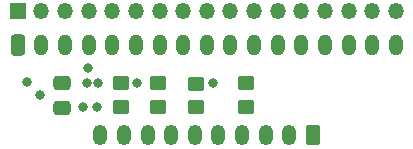
<source format=gbr>
%TF.GenerationSoftware,KiCad,Pcbnew,(6.0.1)*%
%TF.CreationDate,2022-07-02T18:05:27-07:00*%
%TF.ProjectId,mu100-dit-connector-board,6d753130-302d-4646-9974-2d636f6e6e65,rev?*%
%TF.SameCoordinates,Original*%
%TF.FileFunction,Soldermask,Bot*%
%TF.FilePolarity,Negative*%
%FSLAX46Y46*%
G04 Gerber Fmt 4.6, Leading zero omitted, Abs format (unit mm)*
G04 Created by KiCad (PCBNEW (6.0.1)) date 2022-07-02 18:05:27*
%MOMM*%
%LPD*%
G01*
G04 APERTURE LIST*
G04 Aperture macros list*
%AMRoundRect*
0 Rectangle with rounded corners*
0 $1 Rounding radius*
0 $2 $3 $4 $5 $6 $7 $8 $9 X,Y pos of 4 corners*
0 Add a 4 corners polygon primitive as box body*
4,1,4,$2,$3,$4,$5,$6,$7,$8,$9,$2,$3,0*
0 Add four circle primitives for the rounded corners*
1,1,$1+$1,$2,$3*
1,1,$1+$1,$4,$5*
1,1,$1+$1,$6,$7*
1,1,$1+$1,$8,$9*
0 Add four rect primitives between the rounded corners*
20,1,$1+$1,$2,$3,$4,$5,0*
20,1,$1+$1,$4,$5,$6,$7,0*
20,1,$1+$1,$6,$7,$8,$9,0*
20,1,$1+$1,$8,$9,$2,$3,0*%
G04 Aperture macros list end*
%ADD10RoundRect,0.250000X0.350000X0.625000X-0.350000X0.625000X-0.350000X-0.625000X0.350000X-0.625000X0*%
%ADD11O,1.200000X1.750000*%
%ADD12RoundRect,0.250000X-0.350000X-0.650000X0.350000X-0.650000X0.350000X0.650000X-0.350000X0.650000X0*%
%ADD13O,1.200000X1.800000*%
%ADD14RoundRect,0.250000X-0.450000X0.350000X-0.450000X-0.350000X0.450000X-0.350000X0.450000X0.350000X0*%
%ADD15R,1.350000X1.350000*%
%ADD16O,1.350000X1.350000*%
%ADD17RoundRect,0.250000X-0.475000X0.337500X-0.475000X-0.337500X0.475000X-0.337500X0.475000X0.337500X0*%
%ADD18C,0.800000*%
G04 APERTURE END LIST*
D10*
%TO.C,J3*%
X90700000Y-68440000D03*
D11*
X88700000Y-68440000D03*
X86700000Y-68440000D03*
X84700000Y-68440000D03*
X82700000Y-68440000D03*
X80700000Y-68440000D03*
X78700000Y-68440000D03*
X76700000Y-68440000D03*
X74700000Y-68440000D03*
X72700000Y-68440000D03*
%TD*%
D12*
%TO.C,J2*%
X65710000Y-60830000D03*
D13*
X67710000Y-60830000D03*
X69710000Y-60830000D03*
X71710000Y-60830000D03*
X73710000Y-60830000D03*
X75710000Y-60830000D03*
X77710000Y-60830000D03*
X79710000Y-60830000D03*
X81710000Y-60830000D03*
X83710000Y-60830000D03*
X85710000Y-60830000D03*
X87710000Y-60830000D03*
X89710000Y-60830000D03*
X91710000Y-60830000D03*
X93710000Y-60830000D03*
X95710000Y-60830000D03*
X97710000Y-60830000D03*
%TD*%
D14*
%TO.C,R1*%
X85040000Y-64024000D03*
X85040000Y-66024000D03*
%TD*%
D15*
%TO.C,J1*%
X65710000Y-57970000D03*
D16*
X67710000Y-57970000D03*
X69710000Y-57970000D03*
X71710000Y-57970000D03*
X73710000Y-57970000D03*
X75710000Y-57970000D03*
X77710000Y-57970000D03*
X79710000Y-57970000D03*
X81710000Y-57970000D03*
X83710000Y-57970000D03*
X85710000Y-57970000D03*
X87710000Y-57970000D03*
X89710000Y-57970000D03*
X91710000Y-57970000D03*
X93710000Y-57970000D03*
X95710000Y-57970000D03*
X97710000Y-57970000D03*
%TD*%
D14*
%TO.C,R3*%
X80830000Y-64084000D03*
X80830000Y-66084000D03*
%TD*%
D17*
%TO.C,C1*%
X69460000Y-64036500D03*
X69460000Y-66111500D03*
%TD*%
D14*
%TO.C,R2*%
X77610000Y-64054000D03*
X77610000Y-66054000D03*
%TD*%
%TO.C,R4*%
X74420000Y-64044000D03*
X74420000Y-66044000D03*
%TD*%
D18*
X71270000Y-66050000D03*
X67620000Y-65030000D03*
X72530000Y-64020000D03*
X71628000Y-62738000D03*
X72380000Y-66070000D03*
X66520000Y-63980000D03*
X71590000Y-64000000D03*
X75800000Y-64000000D03*
X82200000Y-64000000D03*
M02*

</source>
